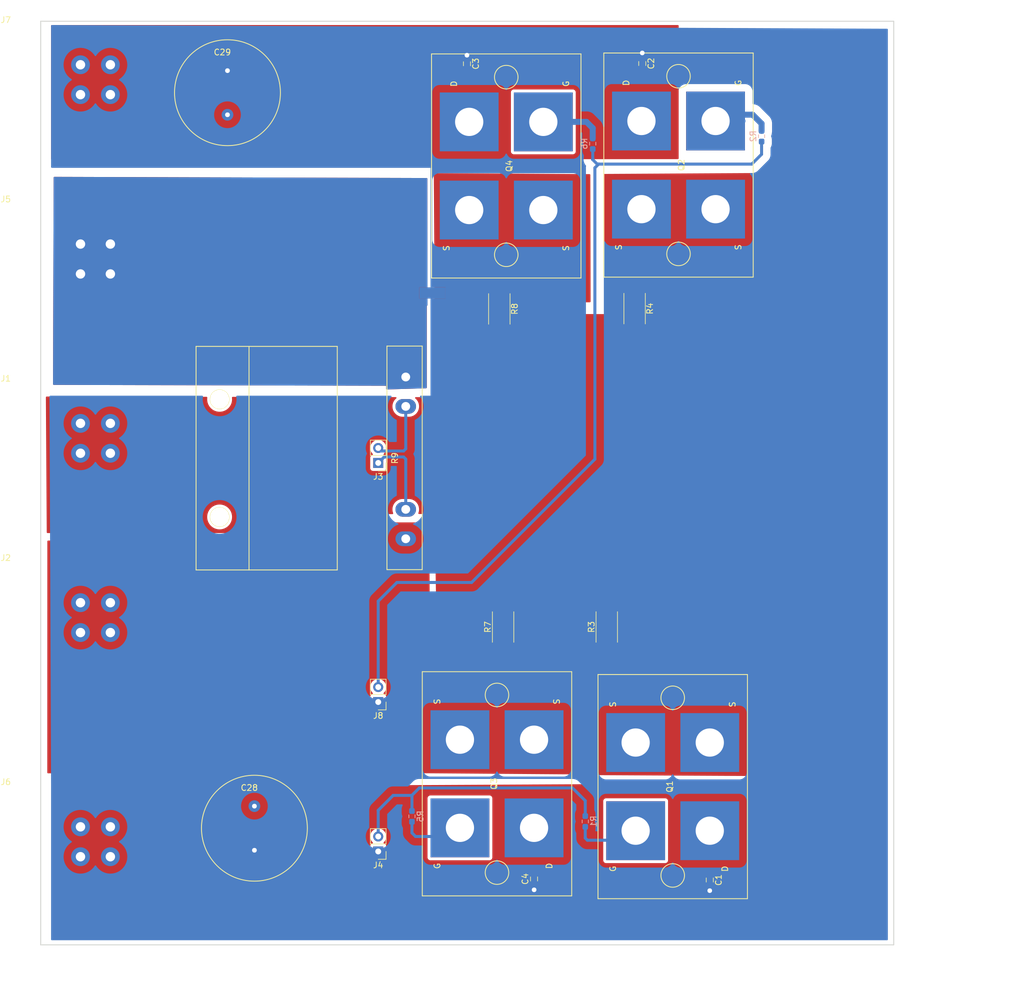
<source format=kicad_pcb>
(kicad_pcb (version 20221018) (generator pcbnew)
  (layers (0 "F.Cu" signal) (31 "B.Cu" signal) (34 "B.Paste" user) (35 "F.Paste" user) (36 "B.SilkS" user "B.Silkscreen") (37 "F.SilkS" user "F.Silkscreen") (38 "B.Mask" user) (39 "F.Mask" user) (44 "Edge.Cuts" user))
  (net 0 "")
  (net 1 "GND")
  (net 2 "+HCC")
  (net 3 "-HCC")
  (net 4 "Net-(J1-Pin_1)")
  (net 5 "Net-(J2-Pin_1)")
  (net 6 "Net-(Q1-G)")
  (net 7 "Net-(Q1-S)")
  (net 8 "Net-(Q2-G)")
  (net 9 "Net-(Q2-S)")
  (net 10 "Net-(Q3-G)")
  (net 11 "Net-(Q3-S)")
  (net 12 "Net-(Q4-G)")
  (net 13 "Net-(Q4-S)")
  (net 14 "Net-(J3-Pin_1)")
  (net 15 "Net-(J3-Pin_2)")
  (net 16 "Net-(J4-Pin_2)")
  (net 17 "Net-(J8-Pin_2)")
  (footprint "Capacitors_SMD:C_0603" (layer "F.Cu") (at 141.605 172.09 -90)
    (fp_text reference "C1" (at 0 -1.5 270) (layer "F.SilkS"))
    (fp_text value "0.1uF")
    (fp_line (start -0.35 -0.6) (end 0.35 -0.6) (stroke (width 0.12)) (layer "F.SilkS"))
    (fp_line (start 0.35 0.6) (end -0.35 0.6) (stroke (width 0.12)) (layer "F.SilkS"))
    (pad "1" smd rect (at -0.75 0 270) (size 0.8 0.75) (layers "F.Cu" "F.Paste" "F.Mask") (net 2 "+HCC"))
    (pad "2" smd rect (at 0.75 0 270) (size 0.8 0.75) (layers "F.Cu" "F.Paste" "F.Mask") (net 1 "GND"))
  )
  (footprint "Capacitors_SMD:C_0603" (layer "F.Cu") (at 130.13 33.3 -90)
    (fp_text reference "C2" (at 0 -1.5 270) (layer "F.SilkS"))
    (fp_text value "0.1uF")
    (fp_line (start -0.35 -0.6) (end 0.35 -0.6) (stroke (width 0.12)) (layer "F.SilkS"))
    (fp_line (start 0.35 0.6) (end -0.35 0.6) (stroke (width 0.12)) (layer "F.SilkS"))
    (pad "1" smd rect (at -0.75 0 270) (size 0.8 0.75) (layers "F.Cu" "F.Paste" "F.Mask") (net 1 "GND"))
    (pad "2" smd rect (at 0.75 0 270) (size 0.8 0.75) (layers "F.Cu" "F.Paste" "F.Mask") (net 3 "-HCC"))
  )
  (footprint "Capacitors_SMD:C_0603" (layer "F.Cu") (at 100.33 33.34 -90)
    (fp_text reference "C3" (at 0 -1.5 270) (layer "F.SilkS"))
    (fp_text value "0.1uF")
    (fp_line (start -0.35 -0.6) (end 0.35 -0.6) (stroke (width 0.12)) (layer "F.SilkS"))
    (fp_line (start 0.35 0.6) (end -0.35 0.6) (stroke (width 0.12)) (layer "F.SilkS"))
    (pad "1" smd rect (at -0.75 0 270) (size 0.8 0.75) (layers "F.Cu" "F.Paste" "F.Mask") (net 1 "GND"))
    (pad "2" smd rect (at 0.75 0 270) (size 0.8 0.75) (layers "F.Cu" "F.Paste" "F.Mask") (net 3 "-HCC"))
  )
  (footprint "Capacitors_SMD:C_0603" (layer "F.Cu") (at 111.735 171.91 90)
    (fp_text reference "C4" (at 0 -1.5 90) (layer "F.SilkS"))
    (fp_text value "0.1uF")
    (fp_line (start -0.35 -0.6) (end 0.35 -0.6) (stroke (width 0.12)) (layer "F.SilkS"))
    (fp_line (start 0.35 0.6) (end -0.35 0.6) (stroke (width 0.12)) (layer "F.SilkS"))
    (pad "1" smd rect (at -0.75 0 90) (size 0.8 0.75) (layers "F.Cu" "F.Paste" "F.Mask") (net 1 "GND"))
    (pad "2" smd rect (at 0.75 0 90) (size 0.8 0.75) (layers "F.Cu" "F.Paste" "F.Mask") (net 2 "+HCC"))
  )
  (footprint "zmyfootprint:SAFETY-BANANA-JACK-CT3151" (layer "F.Cu") (at 37.175 97.01)
    (fp_text reference "J1" (at -15.24 -10.16) (layer "F.SilkS"))
    (fp_text value "Conn_01x01_Female")
    (pad "1" thru_hole circle (at -2.54 -2.54) (size 3.2 3.2) (drill 1.6) (layers "*.Cu" "*.Mask") (net 4 "Net-(J1-Pin_1)"))
    (pad "1" thru_hole circle (at -2.54 2.54) (size 3.2 3.2) (drill 1.6) (layers "*.Cu" "*.Mask") (net 4 "Net-(J1-Pin_1)"))
    (pad "1" thru_hole circle (at 2.54 -2.54) (size 3.2 3.2) (drill 1.6) (layers "*.Cu" "*.Mask") (net 4 "Net-(J1-Pin_1)"))
    (pad "1" thru_hole circle (at 2.54 2.54) (size 3.2 3.2) (drill 1.6) (layers "*.Cu" "*.Mask") (net 4 "Net-(J1-Pin_1)"))
  )
  (footprint "zmyfootprint:PowerMOS" (layer "F.Cu") (at 135.305 156.217 -90)
    (fp_text reference "Q1" (at 0 0.5 270) (layer "F.SilkS"))
    (fp_text value "Q_NMOS_GDS")
    (fp_text user "S" (at -13.97 10.16 270) (layer "F.SilkS"))
    (fp_text user "S" (at -13.97 -10.16 270) (layer "F.SilkS"))
    (fp_text user "G" (at 13.97 10.16 270) (layer "F.SilkS"))
    (fp_text user "D" (at 13.97 -8.89 270) (layer "F.SilkS"))
    (fp_line (start -19.05 -12.7) (end -19.05 12.7) (stroke (width 0.15)) (layer "F.SilkS"))
    (fp_line (start -19.05 12.7) (end 19.05 12.7) (stroke (width 0.15)) (layer "F.SilkS"))
    (fp_line (start 19.05 -12.7) (end -19.05 -12.7) (stroke (width 0.15)) (layer "F.SilkS"))
    (fp_line (start 19.05 12.7) (end 19.05 -12.7) (stroke (width 0.15)) (layer "F.SilkS"))
    (fp_circle (center -15.1 0) (end -17.1 0) (stroke (width 0.15)) (fill none) (layer "F.SilkS"))
    (fp_circle (center 15.1 0) (end 17.1 0) (stroke (width 0.15)) (fill none) (layer "F.SilkS"))
    (pad "1" thru_hole rect (at 7.493 6.3 270) (size 10 10) (drill 4.8) (layers "*.Cu" "*.Mask") (net 6 "Net-(Q1-G)"))
    (pad "2" thru_hole rect (at 7.493 -6.3 270) (size 10 10) (drill 4.8) (layers "*.Cu" "*.Mask") (net 2 "+HCC"))
    (pad "3" thru_hole rect (at -7.493 -6.3 270) (size 10 10) (drill 4.8) (layers "*.Cu" "*.Mask") (net 7 "Net-(Q1-S)"))
    (pad "3" thru_hole rect (at -7.493 6.3 270) (size 10 10) (drill 4.8) (layers "*.Cu" "*.Mask") (net 7 "Net-(Q1-S)"))
  )
  (footprint "zmyfootprint:PowerMOS" (layer "F.Cu") (at 136.29 50.563 90)
    (fp_text reference "Q2" (at 0 0.5 90) (layer "F.SilkS"))
    (fp_text value "Q_PMOS_GDS")
    (fp_text user "G" (at 13.97 10.16 90) (layer "F.SilkS"))
    (fp_text user "D" (at 13.97 -8.89 90) (layer "F.SilkS"))
    (fp_text user "S" (at -13.97 10.16 90) (layer "F.SilkS"))
    (fp_text user "S" (at -13.97 -10.16 90) (layer "F.SilkS"))
    (fp_line (start -19.05 -12.7) (end -19.05 12.7) (stroke (width 0.15)) (layer "F.SilkS"))
    (fp_line (start -19.05 12.7) (end 19.05 12.7) (stroke (width 0.15)) (layer "F.SilkS"))
    (fp_line (start 19.05 -12.7) (end -19.05 -12.7) (stroke (width 0.15)) (layer "F.SilkS"))
    (fp_line (start 19.05 12.7) (end 19.05 -12.7) (stroke (width 0.15)) (layer "F.SilkS"))
    (fp_circle (center -15.1 0) (end -17.1 0) (stroke (width 0.15)) (fill none) (layer "F.SilkS"))
    (fp_circle (center 15.1 0) (end 17.1 0) (stroke (width 0.15)) (fill none) (layer "F.SilkS"))
    (pad "1" thru_hole rect (at 7.493 6.3 90) (size 10 10) (drill 4.8) (layers "*.Cu" "*.Mask") (net 8 "Net-(Q2-G)"))
    (pad "2" thru_hole rect (at 7.493 -6.3 90) (size 10 10) (drill 4.8) (layers "*.Cu" "*.Mask") (net 3 "-HCC"))
    (pad "3" thru_hole rect (at -7.493 -6.3 90) (size 10 10) (drill 4.8) (layers "*.Cu" "*.Mask") (net 9 "Net-(Q2-S)"))
    (pad "3" thru_hole rect (at -7.493 6.3 90) (size 10 10) (drill 4.8) (layers "*.Cu" "*.Mask") (net 9 "Net-(Q2-S)"))
  )
  (footprint "zmyfootprint:PowerMOS" (layer "F.Cu") (at 105.435 155.733 -90)
    (fp_text reference "Q3" (at 0 0.5 270) (layer "F.SilkS"))
    (fp_text value "Q_NMOS_GDS")
    (fp_text user "S" (at -13.97 -10.16 270) (layer "F.SilkS"))
    (fp_text user "D" (at 13.97 -8.89 270) (layer "F.SilkS"))
    (fp_text user "G" (at 13.97 10.16 270) (layer "F.SilkS"))
    (fp_text user "S" (at -13.97 10.16 270) (layer "F.SilkS"))
    (fp_line (start -19.05 -12.7) (end -19.05 12.7) (stroke (width 0.15)) (layer "F.SilkS"))
    (fp_line (start -19.05 12.7) (end 19.05 12.7) (stroke (width 0.15)) (layer "F.SilkS"))
    (fp_line (start 19.05 -12.7) (end -19.05 -12.7) (stroke (width 0.15)) (layer "F.SilkS"))
    (fp_line (start 19.05 12.7) (end 19.05 -12.7) (stroke (width 0.15)) (layer "F.SilkS"))
    (fp_circle (center -15.1 0) (end -17.1 0) (stroke (width 0.15)) (fill none) (layer "F.SilkS"))
    (fp_circle (center 15.1 0) (end 17.1 0) (stroke (width 0.15)) (fill none) (layer "F.SilkS"))
    (pad "1" thru_hole rect (at 7.493 6.3 270) (size 10 10) (drill 4.8) (layers "*.Cu" "*.Mask") (net 10 "Net-(Q3-G)"))
    (pad "2" thru_hole rect (at 7.493 -6.3 270) (size 10 10) (drill 4.8) (layers "*.Cu" "*.Mask") (net 2 "+HCC"))
    (pad "3" thru_hole rect (at -7.493 -6.3 270) (size 10 10) (drill 4.8) (layers "*.Cu" "*.Mask") (net 11 "Net-(Q3-S)"))
    (pad "3" thru_hole rect (at -7.493 6.3 270) (size 10 10) (drill 4.8) (layers "*.Cu" "*.Mask") (net 11 "Net-(Q3-S)"))
  )
  (footprint "Resistors_SMD:R_2512" (layer "F.Cu") (at 128.825 74.96 -90)
    (fp_text reference "R4" (at 0 -2.6 -270) (layer "F.SilkS"))
    (fp_text value "2.5m")
    (fp_line (start -2.6 -1.82) (end 2.6 -1.82) (stroke (width 0.12)) (layer "F.SilkS"))
    (fp_line (start 2.6 1.82) (end -2.6 1.82) (stroke (width 0.12)) (layer "F.SilkS"))
    (pad "1" smd rect (at -3.1 0 270) (size 1 3.2) (layers "F.Cu" "F.Paste" "F.Mask") (net 9 "Net-(Q2-S)"))
    (pad "2" smd rect (at 3.1 0 270) (size 1 3.2) (layers "F.Cu" "F.Paste" "F.Mask") (net 4 "Net-(J1-Pin_1)"))
  )
  (footprint "Resistors_SMD:R_2512" (layer "F.Cu") (at 106.47 129.085 90)
    (fp_text reference "R7" (at 0 -2.6 90) (layer "F.SilkS"))
    (fp_text value "2.5m")
    (fp_line (start -2.6 -1.82) (end 2.6 -1.82) (stroke (width 0.12)) (layer "F.SilkS"))
    (fp_line (start 2.6 1.82) (end -2.6 1.82) (stroke (width 0.12)) (layer "F.SilkS"))
    (pad "1" smd rect (at -3.1 0 90) (size 1 3.2) (layers "F.Cu" "F.Paste" "F.Mask") (net 11 "Net-(Q3-S)"))
    (pad "2" smd rect (at 3.1 0 90) (size 1 3.2) (layers "F.Cu" "F.Paste" "F.Mask") (net 4 "Net-(J1-Pin_1)"))
  )
  (footprint "Resistors_SMD:R_2512" (layer "F.Cu") (at 105.835 75.015 -90)
    (fp_text reference "R8" (at 0 -2.6 -270) (layer "F.SilkS"))
    (fp_text value "2.5m")
    (fp_line (start -2.6 -1.82) (end 2.6 -1.82) (stroke (width 0.12)) (layer "F.SilkS"))
    (fp_line (start 2.6 1.82) (end -2.6 1.82) (stroke (width 0.12)) (layer "F.SilkS"))
    (pad "1" smd rect (at -3.1 0 270) (size 1 3.2) (layers "F.Cu" "F.Paste" "F.Mask") (net 13 "Net-(Q4-S)"))
    (pad "2" smd rect (at 3.1 0 270) (size 1 3.2) (layers "F.Cu" "F.Paste" "F.Mask") (net 4 "Net-(J1-Pin_1)"))
  )
  (footprint "zmyfootprint:SHR4-3825" (layer "F.Cu") (at 89.925 100.335 90)
    (fp_text reference "R9" (at -0.049 -1.848 90) (layer "F.SilkS"))
    (fp_text value "R_Shunt")
    (fp_line (start -19.046152 -35.640293) (end -19.046152 -26.640293) (stroke (width 0.15)) (layer "F.SilkS"))
    (fp_line (start -19.046152 -35.640293) (end 18.953848 -35.640293) (stroke (width 0.15)) (layer "F.SilkS"))
    (fp_line (start -19.046152 -26.640293) (end -19.046152 -11.640293) (stroke (width 0.15)) (layer "F.SilkS"))
    (fp_line (start -19.046152 -26.640293) (end 18.953848 -26.640293) (stroke (width 0.15)) (layer "F.SilkS"))
    (fp_line (start -19.046152 -11.640293) (end 18.953848 -11.640293) (stroke (width 0.15)) (layer "F.SilkS"))
    (fp_line (start -19 -3.2) (end -19 2.8) (stroke (width 0.15)) (layer "F.SilkS"))
    (fp_line (start -19 2.8) (end 19 2.8) (stroke (width 0.15)) (layer "F.SilkS"))
    (fp_line (start 18.953848 -35.640293) (end 18.953848 -11.640293) (stroke (width 0.15)) (layer "F.SilkS"))
    (fp_line (start 19 -3.2) (end -19 -3.2) (stroke (width 0.15)) (layer "F.SilkS"))
    (fp_line (start 19 2.8) (end 19 -3.2) (stroke (width 0.15)) (layer "F.SilkS"))
    (fp_circle (center -10.046152 -31.640293) (end -8.446152 -31.640293) (stroke (width 0.15)) (fill none) (layer "F.SilkS"))
    (fp_circle (center 9.953848 -31.640293) (end 11.553848 -31.640293) (stroke (width 0.15)) (fill none) (layer "F.SilkS"))
    (pad "1" thru_hole oval (at -13.75 0 90) (size 2.5 3.5) (drill 1.5) (layers "*.Cu" "*.Mask") (net 5 "Net-(J2-Pin_1)"))
    (pad "2" thru_hole oval (at -8.75 0 90) (size 2.5 3.5) (drill 1.5) (layers "*.Cu" "*.Mask") (net 14 "Net-(J3-Pin_1)"))
    (pad "3" thru_hole oval (at 8.75 0 90) (size 2.5 3.5) (drill 1.5) (layers "*.Cu" "*.Mask") (net 15 "Net-(J3-Pin_2)"))
    (pad "4" thru_hole oval (at 13.75 0 90) (size 2.5 3.5) (drill 1.5) (layers "*.Cu" "*.Mask") (net 1 "GND"))
    (pad "5" thru_hole circle (at -10.04152 -31.640293 90) (size 3.2 3.2) (drill 3.2) (layers "*.Cu" "*.Mask"))
    (pad "6" thru_hole circle (at 9.953848 -31.640293 90) (size 3.2 3.2) (drill 3.2) (layers "*.Cu" "*.Mask"))
  )
  (footprint "zmyfootprint:CAPCITOR_TOT" (layer "F.Cu") (at 64.2 163.285)
    (fp_text reference "C28" (at -0.87 -6.87) (layer "F.SilkS"))
    (fp_text value "1000uF")
    (fp_circle (center 0 0) (end 9 0) (stroke (width 0.15)) (fill none) (layer "F.SilkS"))
    (pad "1" thru_hole circle (at 0 3.75) (size 2 2) (drill 0.8) (layers "*.Cu" "*.Mask") (net 1 "GND"))
    (pad "2" thru_hole circle (at 0 -3.75) (size 2 2) (drill 0.8) (layers "*.Cu" "*.Mask") (net 2 "+HCC"))
  )
  (footprint "zmyfootprint:CAPCITOR_TOT" (layer "F.Cu") (at 59.62 38.26)
    (fp_text reference "C29" (at -0.87 -6.87) (layer "F.SilkS"))
    (fp_text value "1000uF")
    (fp_circle (center 0 0) (end 9 0) (stroke (width 0.15)) (fill none) (layer "F.SilkS"))
    (pad "1" thru_hole circle (at 0 3.75) (size 2 2) (drill 0.8) (layers "*.Cu" "*.Mask") (net 3 "-HCC"))
    (pad "2" thru_hole circle (at 0 -3.75) (size 2 2) (drill 0.8) (layers "*.Cu" "*.Mask") (net 1 "GND"))
  )
  (footprint "zmyfootprint:SAFETY-BANANA-JACK-CT3151" (layer "F.Cu") (at 37.175 66.53)
    (fp_text reference "J5" (at -15.24 -10.16) (layer "F.SilkS"))
    (fp_text value "Conn_01x01_Female")
    (pad "1" thru_hole circle (at -2.54 -2.54) (size 3.2 3.2) (drill 1.6) (layers "*.Cu" "*.Mask") (net 1 "GND"))
    (pad "1" thru_hole circle (at -2.54 2.54) (size 3.2 3.2) (drill 1.6) (layers "*.Cu" "*.Mask") (net 1 "GND"))
    (pad "1" thru_hole circle (at 2.54 -2.54) (size 3.2 3.2) (drill 1.6) (layers "*.Cu" "*.Mask") (net 1 "GND"))
    (pad "1" thru_hole circle (at 2.54 2.54) (size 3.2 3.2) (drill 1.6) (layers "*.Cu" "*.Mask") (net 1 "GND"))
  )
  (footprint "zmyfootprint:SAFETY-BANANA-JACK-CT3151" (layer "F.Cu") (at 37.175 165.59)
    (fp_text reference "J6" (at -15.24 -10.16) (layer "F.SilkS"))
    (fp_text value "Conn_01x01_Female")
    (pad "1" thru_hole circle (at -2.54 -2.54) (size 3.2 3.2) (drill 1.6) (layers "*.Cu" "*.Mask") (net 2 "+HCC"))
    (pad "1" thru_hole circle (at -2.54 2.54) (size 3.2 3.2) (drill 1.6) (layers "*.Cu" "*.Mask") (net 2 "+HCC"))
    (pad "1" thru_hole circle (at 2.54 -2.54) (size 3.2 3.2) (drill 1.6) (layers "*.Cu" "*.Mask") (net 2 "+HCC"))
    (pad "1" thru_hole circle (at 2.54 2.54) (size 3.2 3.2) (drill 1.6) (layers "*.Cu" "*.Mask") (net 2 "+HCC"))
  )
  (footprint "zmyfootprint:SAFETY-BANANA-JACK-CT3151" (layer "F.Cu") (at 37.175 36.05)
    (fp_text reference "J7" (at -15.24 -10.16) (layer "F.SilkS"))
    (fp_text value "Conn_01x01_Female")
    (pad "1" thru_hole circle (at -2.54 -2.54) (size 3.2 3.2) (drill 1.6) (layers "*.Cu" "*.Mask") (net 3 "-HCC"))
    (pad "1" thru_hole circle (at -2.54 2.54) (size 3.2 3.2) (drill 1.6) (layers "*.Cu" "*.Mask") (net 3 "-HCC"))
    (pad "1" thru_hole circle (at 2.54 -2.54) (size 3.2 3.2) (drill 1.6) (layers "*.Cu" "*.Mask") (net 3 "-HCC"))
    (pad "1" thru_hole circle (at 2.54 2.54) (size 3.2 3.2) (drill 1.6) (layers "*.Cu" "*.Mask") (net 3 "-HCC"))
  )
  (footprint "zmyfootprint:SAFETY-BANANA-JACK-CT3151" (layer "F.Cu") (at 37.175 127.49)
    (fp_text reference "J2" (at -15.24 -10.16) (layer "F.SilkS"))
    (fp_text value "Conn_01x01_Female")
    (pad "1" thru_hole circle (at -2.54 -2.54) (size 3.2 3.2) (drill 1.6) (layers "*.Cu" "*.Mask") (net 5 "Net-(J2-Pin_1)"))
    (pad "1" thru_hole circle (at -2.54 2.54) (size 3.2 3.2) (drill 1.6) (layers "*.Cu" "*.Mask") (net 5 "Net-(J2-Pin_1)"))
    (pad "1" thru_hole circle (at 2.54 -2.54) (size 3.2 3.2) (drill 1.6) (layers "*.Cu" "*.Mask") (net 5 "Net-(J2-Pin_1)"))
    (pad "1" thru_hole circle (at 2.54 2.54) (size 3.2 3.2) (drill 1.6) (layers "*.Cu" "*.Mask") (net 5 "Net-(J2-Pin_1)"))
  )
  (footprint "zmyfootprint:PowerMOS" (layer "F.Cu") (at 107.01 50.713 90)
    (fp_text reference "Q4" (at 0 0.5 90) (layer "F.SilkS"))
    (fp_text value "Q_PMOS_GDS")
    (fp_text user "S" (at -13.97 10.16 90) (layer "F.SilkS"))
    (fp_text user "D" (at 13.97 -8.89 90) (layer "F.SilkS"))
    (fp_text user "G" (at 13.97 10.16 90) (layer "F.SilkS"))
    (fp_text user "S" (at -13.97 -10.16 90) (layer "F.SilkS"))
    (fp_line (start -19.05 -12.7) (end -19.05 12.7) (stroke (width 0.15)) (layer "F.SilkS"))
    (fp_line (start -19.05 12.7) (end 19.05 12.7) (stroke (width 0.15)) (layer "F.SilkS"))
    (fp_line (start 19.05 -12.7) (end -19.05 -12.7) (stroke (width 0.15)) (layer "F.SilkS"))
    (fp_line (start 19.05 12.7) (end 19.05 -12.7) (stroke (width 0.15)) (layer "F.SilkS"))
    (fp_circle (center -15.1 0) (end -17.1 0) (stroke (width 0.15)) (fill none) (layer "F.SilkS"))
    (fp_circle (center 15.1 0) (end 17.1 0) (stroke (width 0.15)) (fill none) (layer "F.SilkS"))
    (pad "1" thru_hole rect (at 7.493 6.3 90) (size 10 10) (drill 4.8) (layers "*.Cu" "*.Mask") (net 12 "Net-(Q4-G)"))
    (pad "2" thru_hole rect (at 7.493 -6.3 90) (size 10 10) (drill 4.8) (layers "*.Cu" "*.Mask") (net 3 "-HCC"))
    (pad "3" thru_hole rect (at -7.493 -6.3 90) (size 10 10) (drill 4.8) (layers "*.Cu" "*.Mask") (net 13 "Net-(Q4-S)"))
    (pad "3" thru_hole rect (at -7.493 6.3 90) (size 10 10) (drill 4.8) (layers "*.Cu" "*.Mask") (net 13 "Net-(Q4-S)"))
  )
  (footprint "Resistors_SMD:R_2512" (layer "F.Cu") (at 124.095 129.08 90)
    (fp_text reference "R3" (at 0 -2.6 90) (layer "F.SilkS"))
    (fp_text value "2.5m")
    (fp_line (start -2.6 -1.82) (end 2.6 -1.82) (stroke (width 0.12)) (layer "F.SilkS"))
    (fp_line (start 2.6 1.82) (end -2.6 1.82) (stroke (width 0.12)) (layer "F.SilkS"))
    (pad "1" smd rect (at -3.1 0 90) (size 1 3.2) (layers "F.Cu" "F.Paste" "F.Mask") (net 7 "Net-(Q1-S)"))
    (pad "2" smd rect (at 3.1 0 90) (size 1 3.2) (layers "F.Cu" "F.Paste" "F.Mask") (net 4 "Net-(J1-Pin_1)"))
  )
  (footprint "Connector_PinHeader_2.54mm:PinHeader_1x02_P2.54mm_Vertical" (layer "F.Cu") (at 85.245 167.235 180)
    (fp_text reference "J4" (at 0 -2.33) (layer "F.SilkS"))
    (fp_text value "N-MOS")
    (fp_line (start -1.33 -1.33) (end 0 -1.33) (stroke (width 0.12)) (layer "F.SilkS"))
    (fp_line (start -1.33 0) (end -1.33 -1.33) (stroke (width 0.12)) (layer "F.SilkS"))
    (fp_line (start -1.33 1.27) (end -1.33 3.87) (stroke (width 0.12)) (layer "F.SilkS"))
    (fp_line (start -1.33 1.27) (end 1.33 1.27) (stroke (width 0.12)) (layer "F.SilkS"))
    (fp_line (start -1.33 3.87) (end 1.33 3.87) (stroke (width 0.12)) (layer "F.SilkS"))
    (fp_line (start 1.33 1.27) (end 1.33 3.87) (stroke (width 0.12)) (layer "F.SilkS"))
    (pad "1" thru_hole rect (at 0 0 180) (size 1.7 1.7) (drill 1) (layers "*.Cu" "*.Mask") (net 1 "GND"))
    (pad "2" thru_hole oval (at 0 2.54 180) (size 1.7 1.7) (drill 1) (layers "*.Cu" "*.Mask") (net 16 "Net-(J4-Pin_2)"))
  )
  (footprint "Connector_PinHeader_2.54mm:PinHeader_1x02_P2.54mm_Vertical" (layer "F.Cu") (at 85.245 101.195 180)
    (fp_text reference "J3" (at 0 -2.33) (layer "F.SilkS"))
    (fp_text value "SENSE")
    (fp_line (start -1.33 -1.33) (end 0 -1.33) (stroke (width 0.12)) (layer "F.SilkS"))
    (fp_line (start -1.33 0) (end -1.33 -1.33) (stroke (width 0.12)) (layer "F.SilkS"))
    (fp_line (start -1.33 1.27) (end -1.33 3.87) (stroke (width 0.12)) (layer "F.SilkS"))
    (fp_line (start -1.33 1.27) (end 1.33 1.27) (stroke (width 0.12)) (layer "F.SilkS"))
    (fp_line (start -1.33 3.87) (end 1.33 3.87) (stroke (width 0.12)) (layer "F.SilkS"))
    (fp_line (start 1.33 1.27) (end 1.33 3.87) (stroke (width 0.12)) (layer "F.SilkS"))
    (pad "1" thru_hole rect (at 0 0 180) (size 1.7 1.7) (drill 1) (layers "*.Cu" "*.Mask") (net 14 "Net-(J3-Pin_1)"))
    (pad "2" thru_hole oval (at 0 2.54 180) (size 1.7 1.7) (drill 1) (layers "*.Cu" "*.Mask") (net 15 "Net-(J3-Pin_2)"))
  )
  (footprint "Connector_PinHeader_2.54mm:PinHeader_1x02_P2.54mm_Vertical" (layer "F.Cu") (at 85.245 141.835 180)
    (fp_text reference "J8" (at 0 -2.33) (layer "F.SilkS"))
    (fp_text value "P-MOS")
    (fp_line (start -1.33 -1.33) (end 0 -1.33) (stroke (width 0.12)) (layer "F.SilkS"))
    (fp_line (start -1.33 0) (end -1.33 -1.33) (stroke (width 0.12)) (layer "F.SilkS"))
    (fp_line (start -1.33 1.27) (end -1.33 3.87) (stroke (width 0.12)) (layer "F.SilkS"))
    (fp_line (start -1.33 1.27) (end 1.33 1.27) (stroke (width 0.12)) (layer "F.SilkS"))
    (fp_line (start -1.33 3.87) (end 1.33 3.87) (stroke (width 0.12)) (layer "F.SilkS"))
    (fp_line (start 1.33 1.27) (end 1.33 3.87) (stroke (width 0.12)) (layer "F.SilkS"))
    (pad "1" thru_hole rect (at 0 0 180) (size 1.7 1.7) (drill 1) (layers "*.Cu" "*.Mask") (net 1 "GND"))
    (pad "2" thru_hole oval (at 0 2.54 180) (size 1.7 1.7) (drill 1) (layers "*.Cu" "*.Mask") (net 17 "Net-(J8-Pin_2)"))
  )
  (footprint "Resistor_SMD:R_0603_1608Metric_Pad0.98x0.95mm_HandSolder" (layer "B.Cu") (at 121.71 46.9245 -90)
    (fp_text reference "R6" (at 0 1.43 90) (layer "B.SilkS") (effects (justify mirror)))
    (fp_text value "20")
    (fp_line (start -0.254724 -0.5225) (end 0.254724 -0.5225) (stroke (width 0.12)) (layer "B.SilkS"))
    (fp_line (start -0.254724 0.5225) (end 0.254724 0.5225) (stroke (width 0.12)) (layer "B.SilkS"))
    (pad "1" smd roundrect (at -0.9125 0 270) (size 0.975 0.95) (layers "B.Cu" "B.Paste" "B.Mask") (net 12 "Net-(Q4-G)"))
    (pad "2" smd roundrect (at 0.9125 0 270) (size 0.975 0.95) (layers "B.Cu" "B.Paste" "B.Mask") (net 17 "Net-(J8-Pin_2)"))
  )
  (footprint "Resistor_SMD:R_0603_1608Metric_Pad0.98x0.95mm_HandSolder" (layer "B.Cu") (at 150.412 45.6545 -90)
    (fp_text reference "R2" (at 0 1.43 90) (layer "B.SilkS") (effects (justify mirror)))
    (fp_text value "20")
    (fp_line (start -0.254724 -0.5225) (end 0.254724 -0.5225) (stroke (width 0.12)) (layer "B.SilkS"))
    (fp_line (start -0.254724 0.5225) (end 0.254724 0.5225) (stroke (width 0.12)) (layer "B.SilkS"))
    (pad "1" smd roundrect (at -0.9125 0 270) (size 0.975 0.95) (layers "B.Cu" "B.Paste" "B.Mask") (net 8 "Net-(Q2-G)"))
    (pad "2" smd roundrect (at 0.9125 0 270) (size 0.975 0.95) (layers "B.Cu" "B.Paste" "B.Mask") (net 17 "Net-(J8-Pin_2)"))
  )
  (footprint "Resistor_SMD:R_0603_1608Metric_Pad0.98x0.95mm_HandSolder" (layer "B.Cu") (at 120.44 162.137 90)
    (fp_text reference "R1" (at 0 1.43 90) (layer "B.SilkS") (effects (justify mirror)))
    (fp_text value "20")
    (fp_line (start -0.254724 -0.5225) (end 0.254724 -0.5225) (stroke (width 0.12)) (layer "B.SilkS"))
    (fp_line (start -0.254724 0.5225) (end 0.254724 0.5225) (stroke (width 0.12)) (layer "B.SilkS"))
    (pad "1" smd roundrect (at -0.9125 0 90) (size 0.975 0.95) (layers "B.Cu" "B.Paste" "B.Mask") (net 6 "Net-(Q1-G)"))
    (pad "2" smd roundrect (at 0.9125 0 90) (size 0.975 0.95) (layers "B.Cu" "B.Paste" "B.Mask") (net 16 "Net-(J4-Pin_2)"))
  )
  (footprint "Resistor_SMD:R_0603_1608Metric_Pad0.98x0.95mm_HandSolder" (layer "B.Cu") (at 90.976 161.2715 90)
    (fp_text reference "R5" (at 0 1.43 90) (layer "B.SilkS") (effects (justify mirror)))
    (fp_text value "20")
    (fp_line (start -0.254724 -0.5225) (end 0.254724 -0.5225) (stroke (width 0.12)) (layer "B.SilkS"))
    (fp_line (start -0.254724 0.5225) (end 0.254724 0.5225) (stroke (width 0.12)) (layer "B.SilkS"))
    (pad "1" smd roundrect (at -0.9125 0 90) (size 0.975 0.95) (layers "B.Cu" "B.Paste" "B.Mask") (net 10 "Net-(Q3-G)"))
    (pad "2" smd roundrect (at 0.9125 0 90) (size 0.975 0.95) (layers "B.Cu" "B.Paste" "B.Mask") (net 16 "Net-(J4-Pin_2)"))
  )
  (gr_line (start 172.875 183.11) (end 27.875 183.11) (stroke (width 0.15)) (layer "Edge.Cuts"))
  (gr_line (start 172.875 26.11) (end 172.875 183.11) (stroke (width 0.15)) (layer "Edge.Cuts"))
  (gr_line (start 27.875 26.11) (end 172.875 26.11) (stroke (width 0.15)) (layer "Edge.Cuts"))
  (gr_line (start 27.875 183.11) (end 27.875 26.11) (stroke (width 0.15)) (layer "Edge.Cuts"))
  (via (at 130.128812 31.502529) (size 1.524) (drill 0.7874) (layers "F.Cu" "B.Cu") (net 1))
  (via (at 111.745764 173.758708) (size 1.524) (drill 0.7874) (layers "F.Cu" "B.Cu") (net 1))
  (via (at 100.327897 31.886779) (size 1.524) (drill 0.7874) (layers "F.Cu" "B.Cu") (net 1))
  (via (at 141.600522 173.898255) (size 1.524) (drill 0.7874) (layers "F.Cu" "B.Cu") (net 1))
  (segment (start 120.44 164.965) (end 120.805 165.33) (width 0.508) (layer "B.Cu") (net 6))
  (segment (start 127.385 165.33) (end 129.005 163.71) (width 0.508) (layer "B.Cu") (net 6))
  (segment (start 120.805 165.33) (end 127.385 165.33) (width 0.508) (layer "B.Cu") (net 6))
  (segment (start 120.44 163.0495) (end 120.44 164.965) (width 0.508) (layer "B.Cu") (net 6))
  (segment (start 150.412 44.742) (end 150.412 43.519) (width 1.016) (layer "B.Cu") (net 8))
  (segment (start 150.412 43.519) (end 148.888 41.995) (width 1.016) (layer "B.Cu") (net 8))
  (segment (start 143.665 41.995) (end 142.59 43.07) (width 1.016) (layer "B.Cu") (net 8))
  (segment (start 142.59 43.07) (end 147.169 43.07) (width 1.016) (layer "B.Cu") (net 8))
  (segment (start 148.888 41.995) (end 143.665 41.995) (width 1.016) (layer "B.Cu") (net 8))
  (segment (start 97.666 164.695) (end 99.135 163.226) (width 0.508) (layer "B.Cu") (net 10))
  (segment (start 90.976 164.076) (end 91.595 164.695) (width 0.508) (layer "B.Cu") (net 10))
  (segment (start 90.976 162.184) (end 90.976 164.076) (width 0.508) (layer "B.Cu") (net 10))
  (segment (start 91.595 164.695) (end 97.666 164.695) (width 0.508) (layer "B.Cu") (net 10))
  (segment (start 121.71 44.281) (end 121.71 46.012) (width 1.016) (layer "B.Cu") (net 12))
  (segment (start 120.649 43.22) (end 121.71 44.281) (width 1.016) (layer "B.Cu") (net 12))
  (segment (start 113.31 43.22) (end 120.649 43.22) (width 1.016) (layer "B.Cu") (net 12))
  (segment (start 89.925 100.541) (end 89.563 100.179) (width 0.508) (layer "B.Cu") (net 14))
  (segment (start 86.261 100.179) (end 85.245 101.195) (width 0.508) (layer "B.Cu") (net 14))
  (segment (start 89.925 109.085) (end 89.925 100.541) (width 0.508) (layer "B.Cu") (net 14))
  (segment (start 89.563 100.179) (end 86.261 100.179) (width 0.508) (layer "B.Cu") (net 14))
  (segment (start 85.753 99.163) (end 85.245 98.655) (width 0.508) (layer "B.Cu") (net 15))
  (segment (start 89.563 99.163) (end 85.753 99.163) (width 0.508) (layer "B.Cu") (net 15))
  (segment (start 89.925 98.801) (end 89.563 99.163) (width 0.508) (layer "B.Cu") (net 15))
  (segment (start 89.925 91.585) (end 89.925 98.801) (width 0.508) (layer "B.Cu") (net 15))
  (segment (start 87.785 157.71) (end 90.976 157.71) (width 0.508) (layer "B.Cu") (net 16))
  (segment (start 120.44 158.615) (end 118.265 156.44) (width 0.508) (layer "B.Cu") (net 16))
  (segment (start 85.245 160.25) (end 87.785 157.71) (width 0.508) (layer "B.Cu") (net 16))
  (segment (start 90.976 157.694) (end 90.976 157.71) (width 0.508) (layer "B.Cu") (net 16))
  (segment (start 85.245 164.695) (end 85.245 160.25) (width 0.508) (layer "B.Cu") (net 16))
  (segment (start 92.23 156.44) (end 90.976 157.694) (width 0.508) (layer "B.Cu") (net 16))
  (segment (start 120.44 161.2245) (end 120.44 158.615) (width 0.508) (layer "B.Cu") (net 16))
  (segment (start 118.265 156.44) (end 92.23 156.44) (width 0.508) (layer "B.Cu") (net 16))
  (segment (start 90.976 157.71) (end 90.976 160.359) (width 0.508) (layer "B.Cu") (net 16))
  (segment (start 150.412 46.567) (end 150.412 48.728) (width 0.508) (layer "B.Cu") (net 17))
  (segment (start 122.075 51.03) (end 122.71 50.395) (width 0.508) (layer "B.Cu") (net 17))
  (segment (start 101.12 121.515) (end 122.075 100.56) (width 0.508) (layer "B.Cu") (net 17))
  (segment (start 121.71 49.577505) (end 121.71 47.837) (width 0.508) (layer "B.Cu") (net 17))
  (segment (start 150.412 48.728) (end 148.745 50.395) (width 0.508) (layer "B.Cu") (net 17))
  (segment (start 121.68064 49.606865) (end 121.71 49.577505) (width 0.508) (layer "B.Cu") (net 17))
  (segment (start 122.71 50.395) (end 122.468775 50.395) (width 0.508) (layer "B.Cu") (net 17))
  (segment (start 85.245 139.295) (end 85.245 124.69) (width 0.508) (layer "B.Cu") (net 17))
  (segment (start 122.075 100.56) (end 122.075 51.03) (width 0.508) (layer "B.Cu") (net 17))
  (segment (start 148.745 50.395) (end 122.71 50.395) (width 0.508) (layer "B.Cu") (net 17))
  (segment (start 85.245 124.69) (end 88.42 121.515) (width 0.508) (layer "B.Cu") (net 17))
  (segment (start 88.42 121.515) (end 101.12 121.515) (width 0.508) (layer "B.Cu") (net 17))
  (segment (start 122.468775 50.395) (end 121.68064 49.606865) (width 0.508) (layer "B.Cu") (net 17))
  (zone (net 4) (net_name "Net-(J1-Pin_1)") (layer "F.Cu") (connect_pads yes (clearance 0.508)) (min_thickness 0.254) (fill yes (thermal_gap 0.508) (thermal_bridge_width 0.508))
    (polygon (pts (xy 28.75 89.91) (xy 94.985 90.015) (xy 95.005 75.8225) (xy 138.95 75.935) (xy 139.15 128.135) (xy 95.135 127.835) (xy 94.835 109.875) (xy 80.434935 109.91868) (xy 78.53 113.115) (xy 28.9 113.115)))
  )
  (zone (net 13) (net_name "Net-(Q4-S)") (layer "F.Cu") (connect_pads yes (clearance 0.508)) (min_thickness 0.254) (fill yes (thermal_gap 0.508) (thermal_bridge_width 0.508))
    (polygon (pts (xy 94.69 51.93) (xy 121.3 52.105) (xy 121.35 73.885) (xy 94.84 73.985)))
  )
  (zone (net 5) (net_name "Net-(J2-Pin_1)") (layer "F.Cu") (connect_pads yes (clearance 0.508)) (min_thickness 0.254) (fill yes (thermal_gap 0.508) (thermal_bridge_width 0.508))
    (polygon (pts (xy 89.96 124.545) (xy 93.99195 124.543794) (xy 93.92 111.305) (xy 83.21 111.295) (xy 80.09 114.205) (xy 29 114.395) (xy 28.99 153.955) (xy 89.96 153.755)))
  )
  (zone (net 2) (net_name "+HCC") (layer "F.Cu") (connect_pads yes (clearance 0.508)) (min_thickness 0.254) (fill yes (thermal_gap 0.508) (thermal_bridge_width 0.508))
    (polygon (pts (xy 30.44 156.27) (xy 149.015 155.66) (xy 149.015 179.155) (xy 30.46 179.135)))
  )
  (zone (net 3) (net_name "-HCC") (layer "F.Cu") (connect_pads yes (clearance 0.508)) (min_thickness 0.254) (fill yes (thermal_gap 0.508) (thermal_bridge_width 0.508))
    (polygon (pts (xy 29.635 26.755) (xy 29.635 49.615) (xy 136.315 49.55) (xy 136.315 26.755)))
  )
  (zone (net 9) (net_name "Net-(Q2-S)") (layer "F.Cu") (connect_pads yes (clearance 0.508)) (min_thickness 0.254) (fill yes (thermal_gap 0.508) (thermal_bridge_width 0.508))
    (polygon (pts (xy 123.55 52.07) (xy 148.95 51.92) (xy 149 69.585) (xy 131.95 69.385) (xy 131.95 74.435) (xy 123.65 74.435)))
  )
  (zone (net 7) (net_name "Net-(Q1-S)") (layer "F.Cu") (connect_pads yes (clearance 0.508)) (min_thickness 0.254) (fill yes (thermal_gap 0.508) (thermal_bridge_width 0.508))
    (polygon (pts (xy 148.4 129.885) (xy 148.4 154.41) (xy 121.35 154.26) (xy 121.35 129.685)))
  )
  (zone (net 11) (net_name "Net-(Q3-S)") (layer "F.Cu") (connect_pads yes (clearance 0.508)) (min_thickness 0.254) (fill yes (thermal_gap 0.508) (thermal_bridge_width 0.508))
    (polygon (pts (xy 92.05 129.535) (xy 118.55 129.535) (xy 118.525 154.135) (xy 92.175 153.935)))
  )
  (zone (net 1) (net_name "GND") (layers "F&B.Cu") (connect_pads yes (clearance 0.508)) (min_thickness 0.254) (fill yes (thermal_gap 0.508) (thermal_bridge_width 0.508))
    (polygon (pts (xy 30.07436 52.56508) (xy 93.6 52.765) (xy 93.62617 74.384476) (xy 93.5 74.525) (xy 93.5 77.08832) (xy 93.5 77.065) (xy 93.5 88.495) (xy 86.562607 88.706912) (xy 86.6 88.075) (xy 29.96768 87.92696)))
  )
  (zone (net 1) (net_name "GND") (layer "B.Cu") (priority 1) (connect_pads yes (clearance 1.27)) (min_thickness 0.254) (fill yes (thermal_gap 0.508) (thermal_bridge_width 0.508))
    (polygon (pts (xy 29.635 51.03) (xy 94.135 51.03) (xy 94.135 89.765) (xy 29.365 89.765) (xy 29.635 155.66) (xy 29.635 182.33) (xy 171.875 182.33) (xy 171.875 27.39) (xy 29.635 26.755)))
  )
  (zone (net 1) (net_name "GND") (layer "B.Cu") (priority 2) (connect_pads (clearance 0.508)) (min_thickness 0.25) (fill yes (thermal_gap 0.5) (thermal_bridge_width 0.5))
    (polygon (pts (xy 92.23 71.35) (xy 92.23 73.255) (xy 96.675 73.255) (xy 96.675 71.35)))
  )
)
</source>
